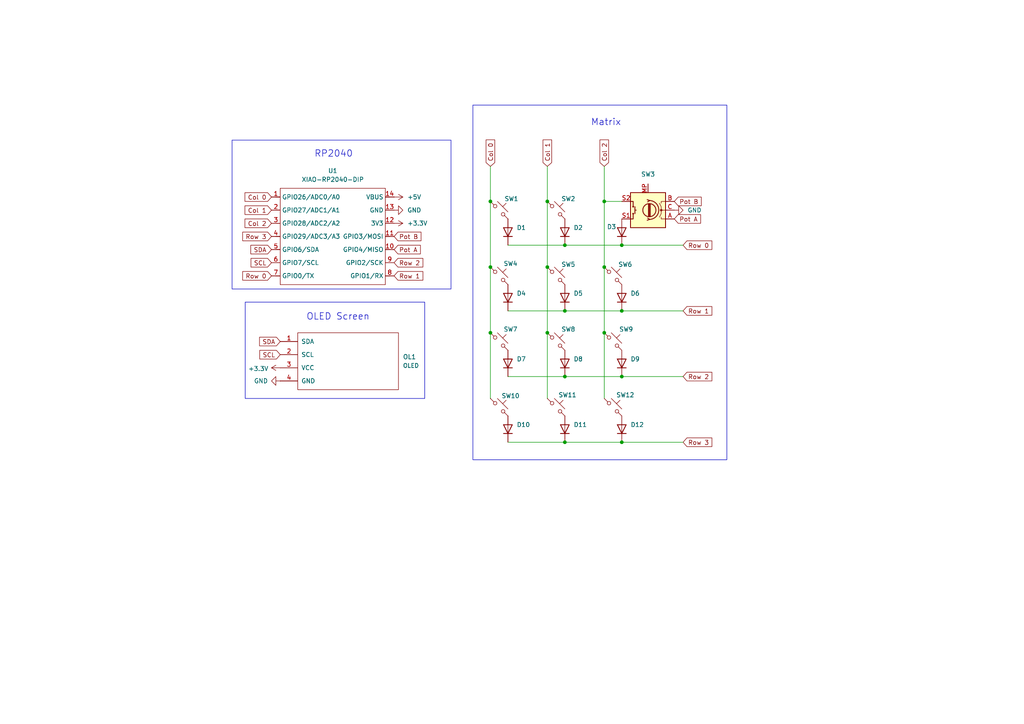
<source format=kicad_sch>
(kicad_sch (version 20231120) (generator "eeschema") (generator_version "8.0")
  (paper "A4")
  (lib_symbols
    (symbol "Device:RotaryEncoder_Switch_MP" (pin_names (offset 0.254) hide)
      (property "Reference" "SW" (at 0 8.89 0))
      (property "Value" "RotaryEncoder_Switch_MP" (at 0 6.35 0))
      (symbol "RotaryEncoder_Switch_MP_0_1"
        (rectangle (start -5.08 5.08) (end 5.08 -5.08) (stroke (width 0.254)) (fill (type background)))
        (circle (center -3.81 0) (radius 0.254) (fill (type outline)))
        (circle (center -0.381 0) (radius 1.905) (stroke (width 0.254)))
        (arc (start -0.381 2.667) (mid -3.0988 -0.0635) (end -0.381 -2.794) (stroke (width 0.254)))
        (polyline (pts (xy -0.635 -1.778) (xy -0.635 1.778)) (stroke (width 0.254)))
        (polyline (pts (xy -0.381 -1.778) (xy -0.381 1.778)) (stroke (width 0.254)))
        (polyline (pts (xy -0.127 1.778) (xy -0.127 -1.778)) (stroke (width 0.254)))
        (polyline (pts (xy 3.81 0) (xy 3.429 0)) (stroke (width 0.254)))
        (polyline (pts (xy 3.81 1.016) (xy 3.81 -1.016)) (stroke (width 0.254)))
        (polyline (pts (xy -5.08 -2.54) (xy -3.81 -2.54) (xy -3.81 -2.032)))
        (polyline (pts (xy -5.08 2.54) (xy -3.81 2.54) (xy -3.81 2.032)))
        (polyline (pts (xy 0.254 -3.048) (xy -0.508 -2.794) (xy 0.127 -2.413)) (stroke (width 0.254)))
        (polyline (pts (xy 0.254 2.921) (xy -0.508 2.667) (xy 0.127 2.286)) (stroke (width 0.254)))
        (polyline (pts (xy 5.08 -2.54) (xy 4.318 -2.54) (xy 4.318 -1.016)) (stroke (width 0.254)))
        (polyline (pts (xy 5.08 2.54) (xy 4.318 2.54) (xy 4.318 1.016)) (stroke (width 0.254)))
        (polyline (pts (xy -5.08 0) (xy -3.81 0) (xy -3.81 -1.016) (xy -3.302 -2.032)))
        (polyline (pts (xy -4.318 0) (xy -3.81 0) (xy -3.81 1.016) (xy -3.302 2.032)))
        (circle (center 4.318 -1.016) (radius 0.127) (stroke (width 0.254)))
        (circle (center 4.318 1.016) (radius 0.127) (stroke (width 0.254)))
      )
      (symbol "RotaryEncoder_Switch_MP_1_1"
        (pin passive line (at -7.62 2.54 0) (length 2.54) (name "A") (number "A"))
        (pin passive line (at -7.62 -2.54 0) (length 2.54) (name "B") (number "B"))
        (pin passive line (at -7.62 0 0) (length 2.54) (name "C") (number "C"))
        (pin passive line (at 0 -7.62 90) (length 2.54) (name "MP") (number "MP"))
        (pin passive line (at 7.62 2.54 180) (length 2.54) (name "S1") (number "S1"))
        (pin passive line (at 7.62 -2.54 180) (length 2.54) (name "S2") (number "S2"))
      )
    )
    (symbol "Diode:1N4148" (pin_numbers hide) (pin_names hide)
      (property "Reference" "D" (at 0 2.54 0))
      (property "Value" "1N4148" (at 0 -2.54 0))
      (symbol "1N4148_0_1"
        (polyline (pts (xy -1.27 1.27) (xy -1.27 -1.27)) (stroke (width 0.254)))
        (polyline (pts (xy 1.27 0) (xy -1.27 0)))
        (polyline (pts (xy 1.27 1.27) (xy 1.27 -1.27) (xy -1.27 0) (xy 1.27 1.27)) (stroke (width 0.254)))
      )
      (symbol "1N4148_1_1"
        (pin passive line (at -3.81 0 0) (length 2.54) (name "K") (number "1"))
        (pin passive line (at 3.81 0 180) (length 2.54) (name "A") (number "2"))
      )
    )
    (symbol "KBD:OLED" (pin_names (offset 1.016))
      (property "Reference" "OL" (at 0 2.54 0))
      (property "Value" "OLED" (at 0 -1.27 0))
      (symbol "OLED_0_1"
        (rectangle (start -13.97 8.89) (end 15.24 -7.62))
      )
      (symbol "OLED_1_1"
        (pin bidirectional line (at -19.05 6.35 0) (length 5.08) (name "SDA") (number "1"))
        (pin bidirectional line (at -19.05 2.54 0) (length 5.08) (name "SCL") (number "2"))
        (pin power_in line (at -19.05 -1.27 0) (length 5.08) (name "VCC") (number "3"))
        (pin power_in line (at -19.05 -5.08 0) (length 5.08) (name "GND") (number "4"))
      )
    )
    (symbol "SeedStudioXIAO:XIAO-RP2040-DIP"
      (property "Reference" "U" (at 0 0 0))
      (property "Value" "XIAO-RP2040-DIP" (at 5.334 -1.778 0))
      (symbol "XIAO-RP2040-DIP_1_0"
        (polyline (pts (xy -1.27 -30.48) (xy -1.27 -16.51)) (stroke (width 0.1524)))
        (polyline (pts (xy -1.27 -27.94) (xy -2.54 -27.94)) (stroke (width 0.1524)))
        (polyline (pts (xy -1.27 -24.13) (xy -2.54 -24.13)) (stroke (width 0.1524)))
        (polyline (pts (xy -1.27 -20.32) (xy -2.54 -20.32)) (stroke (width 0.1524)))
        (polyline (pts (xy -1.27 -16.51) (xy -2.54 -16.51)) (stroke (width 0.1524)))
        (polyline (pts (xy -1.27 -16.51) (xy -1.27 -12.7)) (stroke (width 0.1524)))
        (polyline (pts (xy -1.27 -12.7) (xy -2.54 -12.7)) (stroke (width 0.1524)))
        (polyline (pts (xy -1.27 -12.7) (xy -1.27 -8.89)) (stroke (width 0.1524)))
        (polyline (pts (xy -1.27 -8.89) (xy -2.54 -8.89)) (stroke (width 0.1524)))
        (polyline (pts (xy -1.27 -8.89) (xy -1.27 -5.08)) (stroke (width 0.1524)))
        (polyline (pts (xy -1.27 -5.08) (xy -2.54 -5.08)) (stroke (width 0.1524)))
        (polyline (pts (xy -1.27 -5.08) (xy -1.27 -2.54)) (stroke (width 0.1524)))
        (polyline (pts (xy -1.27 -2.54) (xy 29.21 -2.54)) (stroke (width 0.1524)))
        (polyline (pts (xy 29.21 -30.48) (xy -1.27 -30.48)) (stroke (width 0.1524)))
        (polyline (pts (xy 29.21 -12.7) (xy 29.21 -30.48)) (stroke (width 0.1524)))
        (polyline (pts (xy 29.21 -8.89) (xy 29.21 -12.7)) (stroke (width 0.1524)))
        (polyline (pts (xy 29.21 -5.08) (xy 29.21 -8.89)) (stroke (width 0.1524)))
        (polyline (pts (xy 29.21 -2.54) (xy 29.21 -5.08)) (stroke (width 0.1524)))
        (polyline (pts (xy 30.48 -27.94) (xy 29.21 -27.94)) (stroke (width 0.1524)))
        (polyline (pts (xy 30.48 -24.13) (xy 29.21 -24.13)) (stroke (width 0.1524)))
        (polyline (pts (xy 30.48 -20.32) (xy 29.21 -20.32)) (stroke (width 0.1524)))
        (polyline (pts (xy 30.48 -16.51) (xy 29.21 -16.51)) (stroke (width 0.1524)))
        (polyline (pts (xy 30.48 -12.7) (xy 29.21 -12.7)) (stroke (width 0.1524)))
        (polyline (pts (xy 30.48 -8.89) (xy 29.21 -8.89)) (stroke (width 0.1524)))
        (polyline (pts (xy 30.48 -5.08) (xy 29.21 -5.08)) (stroke (width 0.1524)))
        (pin passive line (at -3.81 -5.08 0) (length 2.54) (name "GPIO26/ADC0/A0") (number "1"))
        (pin passive line (at 31.75 -20.32 180) (length 2.54) (name "GPIO4/MISO") (number "10"))
        (pin passive line (at 31.75 -16.51 180) (length 2.54) (name "GPIO3/MOSI") (number "11"))
        (pin passive line (at 31.75 -12.7 180) (length 2.54) (name "3V3") (number "12"))
        (pin passive line (at 31.75 -8.89 180) (length 2.54) (name "GND") (number "13"))
        (pin passive line (at 31.75 -5.08 180) (length 2.54) (name "VBUS") (number "14"))
        (pin passive line (at -3.81 -8.89 0) (length 2.54) (name "GPIO27/ADC1/A1") (number "2"))
        (pin passive line (at -3.81 -12.7 0) (length 2.54) (name "GPIO28/ADC2/A2") (number "3"))
        (pin passive line (at -3.81 -16.51 0) (length 2.54) (name "GPIO29/ADC3/A3") (number "4"))
        (pin passive line (at -3.81 -20.32 0) (length 2.54) (name "GPIO6/SDA") (number "5"))
        (pin passive line (at -3.81 -24.13 0) (length 2.54) (name "GPIO7/SCL") (number "6"))
        (pin passive line (at -3.81 -27.94 0) (length 2.54) (name "GPIO0/TX") (number "7"))
        (pin passive line (at 31.75 -27.94 180) (length 2.54) (name "GPIO1/RX") (number "8"))
        (pin passive line (at 31.75 -24.13 180) (length 2.54) (name "GPIO2/SCK") (number "9"))
      )
    )
    (symbol "Switch:SW_Push_45deg" (pin_numbers hide) (pin_names (offset 1.016) hide)
      (property "Reference" "SW" (at 3.048 1.016 0))
      (property "Value" "SW_Push_45deg" (at 0 -3.81 0))
      (symbol "SW_Push_45deg_0_1"
        (circle (center -1.1684 1.1684) (radius 0.508))
        (polyline (pts (xy -0.508 2.54) (xy 2.54 -0.508)))
        (polyline (pts (xy 1.016 1.016) (xy 2.032 2.032)))
        (polyline (pts (xy -2.54 2.54) (xy -1.524 1.524) (xy -1.524 1.524)))
        (polyline (pts (xy 1.524 -1.524) (xy 2.54 -2.54) (xy 2.54 -2.54) (xy 2.54 -2.54)))
        (circle (center 1.143 -1.1938) (radius 0.508))
        (pin passive line (at -2.54 2.54 0) (length 0) (name "1") (number "1"))
        (pin passive line (at 2.54 -2.54 180) (length 0) (name "2") (number "2"))
      )
    )
    (symbol "power:+3.3V" (power) (pin_numbers hide) (pin_names (offset 0) hide)
      (property "Value" "+3.3V" (at 0 3.556 0))
      (symbol "+3.3V_0_1"
        (polyline (pts (xy -0.762 1.27) (xy 0 2.54)))
        (polyline (pts (xy 0 0) (xy 0 2.54)))
        (polyline (pts (xy 0 2.54) (xy 0.762 1.27)))
      )
      (symbol "+3.3V_1_1"
        (pin power_in line (at 0 0 90) (length 0) (name "~") (number "1"))
      )
    )
    (symbol "power:+5V" (power) (pin_numbers hide) (pin_names (offset 0) hide)
      (property "Value" "+5V" (at 0 3.556 0))
      (symbol "+5V_0_1"
        (polyline (pts (xy -0.762 1.27) (xy 0 2.54)))
        (polyline (pts (xy 0 0) (xy 0 2.54)))
        (polyline (pts (xy 0 2.54) (xy 0.762 1.27)))
      )
      (symbol "+5V_1_1"
        (pin power_in line (at 0 0 90) (length 0) (name "~") (number "1"))
      )
    )
    (symbol "power:GND" (power) (pin_numbers hide) (pin_names (offset 0) hide)
      (property "Value" "GND" (at 0 -3.81 0))
      (symbol "GND_0_1"
        (polyline (pts (xy 0 0) (xy 0 -1.27) (xy 1.27 -1.27) (xy 0 -2.54) (xy -1.27 -1.27) (xy 0 -1.27)))
      )
      (symbol "GND_1_1"
        (pin power_in line (at 0 0 270) (length 0) (name "~") (number "1"))
      )
    )
  )
  (junction (at 163.83 128.27))
  (junction (at 175.26 96.52))
  (junction (at 163.83 109.22))
  (junction (at 163.83 71.12))
  (junction (at 180.34 109.22))
  (junction (at 142.24 77.47))
  (junction (at 175.26 58.42))
  (junction (at 180.34 90.17))
  (junction (at 142.24 96.52))
  (junction (at 180.34 128.27))
  (junction (at 163.83 90.17))
  (junction (at 175.26 77.47))
  (junction (at 158.75 58.42))
  (junction (at 142.24 58.42))
  (junction (at 180.34 71.12))
  (junction (at 158.75 96.52))
  (junction (at 158.75 77.47))
  (wire (pts (xy 147.32 90.17) (xy 163.83 90.17)))
  (wire (pts (xy 180.34 128.27) (xy 198.12 128.27)))
  (wire (pts (xy 142.24 96.52) (xy 142.24 115.57)))
  (wire (pts (xy 147.32 71.12) (xy 163.83 71.12)))
  (wire (pts (xy 175.26 48.26) (xy 175.26 58.42)))
  (wire (pts (xy 175.26 58.42) (xy 180.34 58.42)))
  (wire (pts (xy 163.83 128.27) (xy 180.34 128.27)))
  (wire (pts (xy 142.24 77.47) (xy 142.24 96.52)))
  (wire (pts (xy 163.83 90.17) (xy 180.34 90.17)))
  (wire (pts (xy 142.24 58.42) (xy 142.24 77.47)))
  (wire (pts (xy 180.34 109.22) (xy 198.12 109.22)))
  (wire (pts (xy 180.34 71.12) (xy 198.12 71.12)))
  (wire (pts (xy 175.26 96.52) (xy 175.26 115.57)))
  (wire (pts (xy 158.75 96.52) (xy 158.75 115.57)))
  (wire (pts (xy 158.75 58.42) (xy 158.75 77.47)))
  (wire (pts (xy 142.24 48.26) (xy 142.24 58.42)))
  (wire (pts (xy 163.83 109.22) (xy 180.34 109.22)))
  (wire (pts (xy 175.26 77.47) (xy 175.26 96.52)))
  (wire (pts (xy 158.75 48.26) (xy 158.75 58.42)))
  (wire (pts (xy 180.34 90.17) (xy 198.12 90.17)))
  (wire (pts (xy 163.83 71.12) (xy 180.34 71.12)))
  (wire (pts (xy 147.32 109.22) (xy 163.83 109.22)))
  (wire (pts (xy 158.75 77.47) (xy 158.75 96.52)))
  (wire (pts (xy 147.32 128.27) (xy 163.83 128.27)))
  (wire (pts (xy 175.26 58.42) (xy 175.26 77.47)))
  (rectangle (start 137.16 30.48) (end 210.82 133.35))
  (rectangle (start 67.31 40.64) (end 130.81 83.82))
  (rectangle (start 71.12 87.63) (end 123.19 115.57))
  (text "RP2040" (at 96.774 44.704 0) (effects (font (size 1.905 1.905))))
  (text "Matrix" (at 175.768 35.56 0) (effects (font (size 1.905 1.905))))
  (text "OLED Screen" (at 98.044 91.948 0) (effects (font (size 1.905 1.905))))
  (global_label "Row 3" (shape input) (at 198.12 128.27 0) (property "Intersheetrefs" "${INTERSHEET_REFS}" (effects (hide yes))))
  (global_label "Row 1" (shape input) (at 198.12 90.17 0) (property "Intersheetrefs" "${INTERSHEET_REFS}" (effects (hide yes))))
  (global_label "Row 2" (shape input) (at 114.3 76.2 0) (property "Intersheetrefs" "${INTERSHEET_REFS}" (effects (hide yes))))
  (global_label "Col 0" (shape input) (at 142.24 48.26 90) (property "Intersheetrefs" "${INTERSHEET_REFS}" (effects (hide yes))))
  (global_label "Col 2" (shape input) (at 175.26 48.26 90) (property "Intersheetrefs" "${INTERSHEET_REFS}" (effects (hide yes))))
  (global_label "Row 1" (shape input) (at 114.3 80.01 0) (property "Intersheetrefs" "${INTERSHEET_REFS}" (effects (hide yes))))
  (global_label "Col 1" (shape input) (at 158.75 48.26 90) (property "Intersheetrefs" "${INTERSHEET_REFS}" (effects (hide yes))))
  (global_label "Row 0" (shape input) (at 78.74 80.01 180) (property "Intersheetrefs" "${INTERSHEET_REFS}" (effects (hide yes))))
  (global_label "Row 2" (shape input) (at 198.12 109.22 0) (property "Intersheetrefs" "${INTERSHEET_REFS}" (effects (hide yes))))
  (global_label "Pot B" (shape input) (at 114.3 68.58 0) (property "Intersheetrefs" "${INTERSHEET_REFS}" (effects (hide yes))))
  (global_label "SDA" (shape input) (at 81.28 99.06 180) (property "Intersheetrefs" "${INTERSHEET_REFS}" (effects (hide yes))))
  (global_label "SDA" (shape input) (at 78.74 72.39 180) (property "Intersheetrefs" "${INTERSHEET_REFS}" (effects (hide yes))))
  (global_label "Col 2" (shape input) (at 78.74 64.77 180) (property "Intersheetrefs" "${INTERSHEET_REFS}" (effects (hide yes))))
  (global_label "SCL" (shape input) (at 81.28 102.87 180) (property "Intersheetrefs" "${INTERSHEET_REFS}" (effects (hide yes))))
  (global_label "Col 0" (shape input) (at 78.74 57.15 180) (property "Intersheetrefs" "${INTERSHEET_REFS}" (effects (hide yes))))
  (global_label "SCL" (shape input) (at 78.74 76.2 180) (property "Intersheetrefs" "${INTERSHEET_REFS}" (effects (hide yes))))
  (global_label "Row 3" (shape input) (at 78.74 68.58 180) (property "Intersheetrefs" "${INTERSHEET_REFS}" (effects (hide yes))))
  (global_label "Pot B" (shape input) (at 195.58 58.42 0) (property "Intersheetrefs" "${INTERSHEET_REFS}" (effects (hide yes))))
  (global_label "Col 1" (shape input) (at 78.74 60.96 180) (property "Intersheetrefs" "${INTERSHEET_REFS}" (effects (hide yes))))
  (global_label "Row 0" (shape input) (at 198.12 71.12 0) (property "Intersheetrefs" "${INTERSHEET_REFS}" (effects (hide yes))))
  (global_label "Pot A" (shape input) (at 114.3 72.39 0) (property "Intersheetrefs" "${INTERSHEET_REFS}" (effects (hide yes))))
  (global_label "Pot A" (shape input) (at 195.58 63.5 0) (property "Intersheetrefs" "${INTERSHEET_REFS}" (effects (hide yes))))
  (symbol (lib_id "Diode:1N4148") (at 147.32 67.31 90) (unit 1)
    (property "Reference" "D1" (at 149.86 66.0399 90) (effects (justify right)))
    (property "Value" "1N4148" (effects (hide yes)))
    (property "Footprint" "Diode_THT:D_DO-35_SOD27_P7.62mm_Horizontal" (effects (hide yes)))
    (property "Datasheet" "https://assets.nexperia.com/documents/data-sheet/1N4148_1N4448.pdf" (effects (hide yes)))
    (property "Description" "100V 0.15A standard switching diode, DO-35" (effects (hide yes)))
    (property "Sim.Device" "D" (effects (hide yes)))
    (property "Sim.Pins" "1=K 2=A" (effects (hide yes)))
  )
  (symbol (lib_id "Switch:SW_Push_45deg") (at 177.8 80.01 0) (unit 1)
    (property "Reference" "SW6" (at 181.356 76.708 0))
    (property "Value" "SW_Push_45deg" (effects (hide yes)))
    (property "Footprint" "hackpad:MX_PCB_1.00u" (effects (hide yes)))
    (property "Description" "Push button switch, normally open, two pins, 45° tilted" (effects (hide yes)))
  )
  (symbol (lib_id "Diode:1N4148") (at 147.32 105.41 90) (unit 1)
    (property "Reference" "D7" (at 149.86 104.1399 90) (effects (justify right)))
    (property "Value" "1N4148" (effects (hide yes)))
    (property "Footprint" "Diode_THT:D_DO-35_SOD27_P7.62mm_Horizontal" (effects (hide yes)))
    (property "Datasheet" "https://assets.nexperia.com/documents/data-sheet/1N4148_1N4448.pdf" (effects (hide yes)))
    (property "Description" "100V 0.15A standard switching diode, DO-35" (effects (hide yes)))
    (property "Sim.Device" "D" (effects (hide yes)))
    (property "Sim.Pins" "1=K 2=A" (effects (hide yes)))
  )
  (symbol (lib_id "power:+3.3V") (at 81.28 106.68 90) (unit 1)
    (property "Reference" "#PWR05" (effects (hide yes)))
    (property "Value" "+3.3V" (at 74.93 106.934 90))
    (property "Description" "Power symbol creates a global label with name \"+3.3V\"" (effects (hide yes)))
  )
  (symbol (lib_id "Diode:1N4148") (at 180.34 105.41 90) (unit 1)
    (property "Reference" "D9" (at 182.88 104.1399 90) (effects (justify right)))
    (property "Value" "1N4148" (effects (hide yes)))
    (property "Footprint" "Diode_THT:D_DO-35_SOD27_P7.62mm_Horizontal" (effects (hide yes)))
    (property "Datasheet" "https://assets.nexperia.com/documents/data-sheet/1N4148_1N4448.pdf" (effects (hide yes)))
    (property "Description" "100V 0.15A standard switching diode, DO-35" (effects (hide yes)))
    (property "Sim.Device" "D" (effects (hide yes)))
    (property "Sim.Pins" "1=K 2=A" (effects (hide yes)))
  )
  (symbol (lib_id "SeedStudioXIAO:XIAO-RP2040-DIP") (at 82.55 52.07 0) (unit 1)
    (property "Reference" "U1" (at 96.52 49.53 0))
    (property "Value" "XIAO-RP2040-DIP" (at 96.52 52.07 0))
    (property "Footprint" "hackpad:MOUDLE14P-2.54-21X17.8MM" (effects (hide yes)))
  )
  (symbol (lib_id "Diode:1N4148") (at 180.34 67.31 90) (unit 1)
    (property "Reference" "D3" (at 176.022 65.786 90) (effects (justify right)))
    (property "Value" "1N4148" (effects (hide yes)))
    (property "Footprint" "Diode_THT:D_DO-35_SOD27_P7.62mm_Horizontal" (effects (hide yes)))
    (property "Datasheet" "https://assets.nexperia.com/documents/data-sheet/1N4148_1N4448.pdf" (effects (hide yes)))
    (property "Description" "100V 0.15A standard switching diode, DO-35" (effects (hide yes)))
    (property "Sim.Device" "D" (effects (hide yes)))
    (property "Sim.Pins" "1=K 2=A" (effects (hide yes)))
  )
  (symbol (lib_id "Diode:1N4148") (at 163.83 86.36 90) (unit 1)
    (property "Reference" "D5" (at 166.37 85.0899 90) (effects (justify right)))
    (property "Value" "1N4148" (effects (hide yes)))
    (property "Footprint" "Diode_THT:D_DO-35_SOD27_P7.62mm_Horizontal" (effects (hide yes)))
    (property "Datasheet" "https://assets.nexperia.com/documents/data-sheet/1N4148_1N4448.pdf" (effects (hide yes)))
    (property "Description" "100V 0.15A standard switching diode, DO-35" (effects (hide yes)))
    (property "Sim.Device" "D" (effects (hide yes)))
    (property "Sim.Pins" "1=K 2=A" (effects (hide yes)))
  )
  (symbol (lib_id "Diode:1N4148") (at 180.34 86.36 90) (unit 1)
    (property "Reference" "D6" (at 182.88 85.0899 90) (effects (justify right)))
    (property "Value" "1N4148" (effects (hide yes)))
    (property "Footprint" "Diode_THT:D_DO-35_SOD27_P7.62mm_Horizontal" (effects (hide yes)))
    (property "Datasheet" "https://assets.nexperia.com/documents/data-sheet/1N4148_1N4448.pdf" (effects (hide yes)))
    (property "Description" "100V 0.15A standard switching diode, DO-35" (effects (hide yes)))
    (property "Sim.Device" "D" (effects (hide yes)))
    (property "Sim.Pins" "1=K 2=A" (effects (hide yes)))
  )
  (symbol (lib_id "Diode:1N4148") (at 163.83 124.46 90) (unit 1)
    (property "Reference" "D11" (at 166.37 123.1899 90) (effects (justify right)))
    (property "Value" "1N4148" (effects (hide yes)))
    (property "Footprint" "Diode_THT:D_DO-35_SOD27_P7.62mm_Horizontal" (effects (hide yes)))
    (property "Datasheet" "https://assets.nexperia.com/documents/data-sheet/1N4148_1N4448.pdf" (effects (hide yes)))
    (property "Description" "100V 0.15A standard switching diode, DO-35" (effects (hide yes)))
    (property "Sim.Device" "D" (effects (hide yes)))
    (property "Sim.Pins" "1=K 2=A" (effects (hide yes)))
  )
  (symbol (lib_id "power:+3.3V") (at 114.3 64.77 270) (unit 1)
    (property "Reference" "#PWR04" (effects (hide yes)))
    (property "Value" "+3.3V" (at 118.11 64.7699 90) (effects (justify left)))
    (property "Description" "Power symbol creates a global label with name \"+3.3V\"" (effects (hide yes)))
  )
  (symbol (lib_id "Switch:SW_Push_45deg") (at 144.78 60.96 0) (unit 1)
    (property "Reference" "SW1" (at 148.336 57.658 0))
    (property "Value" "SW_Push_45deg" (effects (hide yes)))
    (property "Footprint" "hackpad:MX_PCB_1.00u" (effects (hide yes)))
    (property "Description" "Push button switch, normally open, two pins, 45° tilted" (effects (hide yes)))
  )
  (symbol (lib_id "Switch:SW_Push_45deg") (at 144.78 99.06 0) (unit 1)
    (property "Reference" "SW7" (at 148.082 95.504 0))
    (property "Value" "SW_Push_45deg" (effects (hide yes)))
    (property "Footprint" "hackpad:MX_PCB_1.00u" (effects (hide yes)))
    (property "Description" "Push button switch, normally open, two pins, 45° tilted" (effects (hide yes)))
  )
  (symbol (lib_id "Diode:1N4148") (at 163.83 105.41 90) (unit 1)
    (property "Reference" "D8" (at 166.37 104.1399 90) (effects (justify right)))
    (property "Value" "1N4148" (effects (hide yes)))
    (property "Footprint" "Diode_THT:D_DO-35_SOD27_P7.62mm_Horizontal" (effects (hide yes)))
    (property "Datasheet" "https://assets.nexperia.com/documents/data-sheet/1N4148_1N4448.pdf" (effects (hide yes)))
    (property "Description" "100V 0.15A standard switching diode, DO-35" (effects (hide yes)))
    (property "Sim.Device" "D" (effects (hide yes)))
    (property "Sim.Pins" "1=K 2=A" (effects (hide yes)))
  )
  (symbol (lib_id "Diode:1N4148") (at 147.32 86.36 90) (unit 1)
    (property "Reference" "D4" (at 149.86 85.0899 90) (effects (justify right)))
    (property "Value" "1N4148" (effects (hide yes)))
    (property "Footprint" "Diode_THT:D_DO-35_SOD27_P7.62mm_Horizontal" (effects (hide yes)))
    (property "Datasheet" "https://assets.nexperia.com/documents/data-sheet/1N4148_1N4448.pdf" (effects (hide yes)))
    (property "Description" "100V 0.15A standard switching diode, DO-35" (effects (hide yes)))
    (property "Sim.Device" "D" (effects (hide yes)))
    (property "Sim.Pins" "1=K 2=A" (effects (hide yes)))
  )
  (symbol (lib_id "Switch:SW_Push_45deg") (at 161.29 60.96 0) (unit 1)
    (property "Reference" "SW2" (at 164.846 57.658 0))
    (property "Value" "SW_Push_45deg" (effects (hide yes)))
    (property "Footprint" "hackpad:MX_PCB_1.00u" (effects (hide yes)))
    (property "Description" "Push button switch, normally open, two pins, 45° tilted" (effects (hide yes)))
  )
  (symbol (lib_id "KBD:OLED") (at 100.33 105.41 0) (unit 1)
    (property "Reference" "OL1" (at 116.84 103.505 0) (effects (font (size 1.2954 1.2954)) (justify left)))
    (property "Value" "OLED" (at 116.84 106.045 0) (effects (font (size 1.1938 1.1938)) (justify left)))
    (property "Footprint" "hackpad:SSD1306-0.91-OLED-4pin-128x32" (effects (hide yes)))
  )
  (symbol (lib_id "power:GND") (at 195.58 60.96 90) (unit 1)
    (property "Reference" "#PWR03" (effects (hide yes)))
    (property "Value" "GND" (at 199.39 60.9599 90) (effects (justify right)))
    (property "Description" "Power symbol creates a global label with name \"GND\" , ground" (effects (hide yes)))
  )
  (symbol (lib_id "Diode:1N4148") (at 180.34 124.46 90) (unit 1)
    (property "Reference" "D12" (at 182.88 123.1899 90) (effects (justify right)))
    (property "Value" "1N4148" (effects (hide yes)))
    (property "Footprint" "Diode_THT:D_DO-35_SOD27_P7.62mm_Horizontal" (effects (hide yes)))
    (property "Datasheet" "https://assets.nexperia.com/documents/data-sheet/1N4148_1N4448.pdf" (effects (hide yes)))
    (property "Description" "100V 0.15A standard switching diode, DO-35" (effects (hide yes)))
    (property "Sim.Device" "D" (effects (hide yes)))
    (property "Sim.Pins" "1=K 2=A" (effects (hide yes)))
  )
  (symbol (lib_id "Switch:SW_Push_45deg") (at 177.8 118.11 0) (unit 1)
    (property "Reference" "SW12" (at 181.356 114.554 0))
    (property "Value" "SW_Push_45deg" (effects (hide yes)))
    (property "Footprint" "hackpad:MX_PCB_1.00u" (effects (hide yes)))
    (property "Description" "Push button switch, normally open, two pins, 45° tilted" (effects (hide yes)))
  )
  (symbol (lib_id "Switch:SW_Push_45deg") (at 161.29 99.06 0) (unit 1)
    (property "Reference" "SW8" (at 164.846 95.504 0))
    (property "Value" "SW_Push_45deg" (effects (hide yes)))
    (property "Footprint" "hackpad:MX_PCB_1.00u" (effects (hide yes)))
    (property "Description" "Push button switch, normally open, two pins, 45° tilted" (effects (hide yes)))
  )
  (symbol (lib_id "Switch:SW_Push_45deg") (at 144.78 118.11 0) (unit 1)
    (property "Reference" "SW10" (at 148.082 114.808 0))
    (property "Value" "SW_Push_45deg" (effects (hide yes)))
    (property "Footprint" "hackpad:MX_PCB_1.00u" (effects (hide yes)))
    (property "Description" "Push button switch, normally open, two pins, 45° tilted" (effects (hide yes)))
  )
  (symbol (lib_id "Switch:SW_Push_45deg") (at 144.78 80.01 0) (unit 1)
    (property "Reference" "SW4" (at 148.082 76.454 0))
    (property "Value" "SW_Push_45deg" (effects (hide yes)))
    (property "Footprint" "hackpad:MX_PCB_1.00u" (effects (hide yes)))
    (property "Description" "Push button switch, normally open, two pins, 45° tilted" (effects (hide yes)))
  )
  (symbol (lib_id "Switch:SW_Push_45deg") (at 161.29 80.01 0) (unit 1)
    (property "Reference" "SW5" (at 164.846 76.708 0))
    (property "Value" "SW_Push_45deg" (effects (hide yes)))
    (property "Footprint" "hackpad:MX_PCB_1.00u" (effects (hide yes)))
    (property "Description" "Push button switch, normally open, two pins, 45° tilted" (effects (hide yes)))
  )
  (symbol (lib_id "Switch:SW_Push_45deg") (at 161.29 118.11 0) (unit 1)
    (property "Reference" "SW11" (at 164.592 114.554 0))
    (property "Value" "SW_Push_45deg" (effects (hide yes)))
    (property "Footprint" "hackpad:MX_PCB_1.00u" (effects (hide yes)))
    (property "Description" "Push button switch, normally open, two pins, 45° tilted" (effects (hide yes)))
  )
  (symbol (lib_id "Diode:1N4148") (at 163.83 67.31 90) (unit 1)
    (property "Reference" "D2" (at 166.37 66.0399 90) (effects (justify right)))
    (property "Value" "1N4148" (effects (hide yes)))
    (property "Footprint" "Diode_THT:D_DO-35_SOD27_P7.62mm_Horizontal" (effects (hide yes)))
    (property "Datasheet" "https://assets.nexperia.com/documents/data-sheet/1N4148_1N4448.pdf" (effects (hide yes)))
    (property "Description" "100V 0.15A standard switching diode, DO-35" (effects (hide yes)))
    (property "Sim.Device" "D" (effects (hide yes)))
    (property "Sim.Pins" "1=K 2=A" (effects (hide yes)))
  )
  (symbol (lib_id "power:GND") (at 114.3 60.96 90) (unit 1)
    (property "Reference" "#PWR02" (effects (hide yes)))
    (property "Value" "GND" (at 118.11 60.9599 90) (effects (justify right)))
    (property "Description" "Power symbol creates a global label with name \"GND\" , ground" (effects (hide yes)))
  )
  (symbol (lib_id "power:GND") (at 81.28 110.49 270) (unit 1)
    (property "Reference" "#PWR06" (effects (hide yes)))
    (property "Value" "GND" (at 75.692 110.49 90))
    (property "Description" "Power symbol creates a global label with name \"GND\" , ground" (effects (hide yes)))
  )
  (symbol (lib_id "Diode:1N4148") (at 147.32 124.46 90) (unit 1)
    (property "Reference" "D10" (at 149.86 123.1899 90) (effects (justify right)))
    (property "Value" "1N4148" (effects (hide yes)))
    (property "Footprint" "Diode_THT:D_DO-35_SOD27_P7.62mm_Horizontal" (effects (hide yes)))
    (property "Datasheet" "https://assets.nexperia.com/documents/data-sheet/1N4148_1N4448.pdf" (effects (hide yes)))
    (property "Description" "100V 0.15A standard switching diode, DO-35" (effects (hide yes)))
    (property "Sim.Device" "D" (effects (hide yes)))
    (property "Sim.Pins" "1=K 2=A" (effects (hide yes)))
  )
  (symbol (lib_id "power:+5V") (at 114.3 57.15 270) (unit 1)
    (property "Reference" "#PWR01" (effects (hide yes)))
    (property "Value" "+5V" (at 118.11 57.1499 90) (effects (justify left)))
    (property "Description" "Power symbol creates a global label with name \"+5V\"" (effects (hide yes)))
  )
  (symbol (lib_id "Device:RotaryEncoder_Switch_MP") (at 187.96 60.96 180) (unit 1)
    (property "Reference" "SW3" (at 187.96 50.546 0))
    (property "Value" "RotaryEncoder_Switch_MP" (effects (hide yes)))
    (property "Footprint" "hackpad:RotaryEncoder_Alps_EC11E-Switch_Vertical_H20mm_CircularMountingHoles" (effects (hide yes)))
    (property "Description" "Rotary encoder, dual channel, incremental quadrate outputs, with switch and MP Pin" (effects (hide yes)))
  )
  (symbol (lib_id "Switch:SW_Push_45deg") (at 177.8 99.06 0) (unit 1)
    (property "Reference" "SW9" (at 181.61 95.504 0))
    (property "Value" "SW_Push_45deg" (effects (hide yes)))
    (property "Footprint" "hackpad:MX_PCB_1.00u" (effects (hide yes)))
    (property "Description" "Push button switch, normally open, two pins, 45° tilted" (effects (hide yes)))
  )
)
</source>
